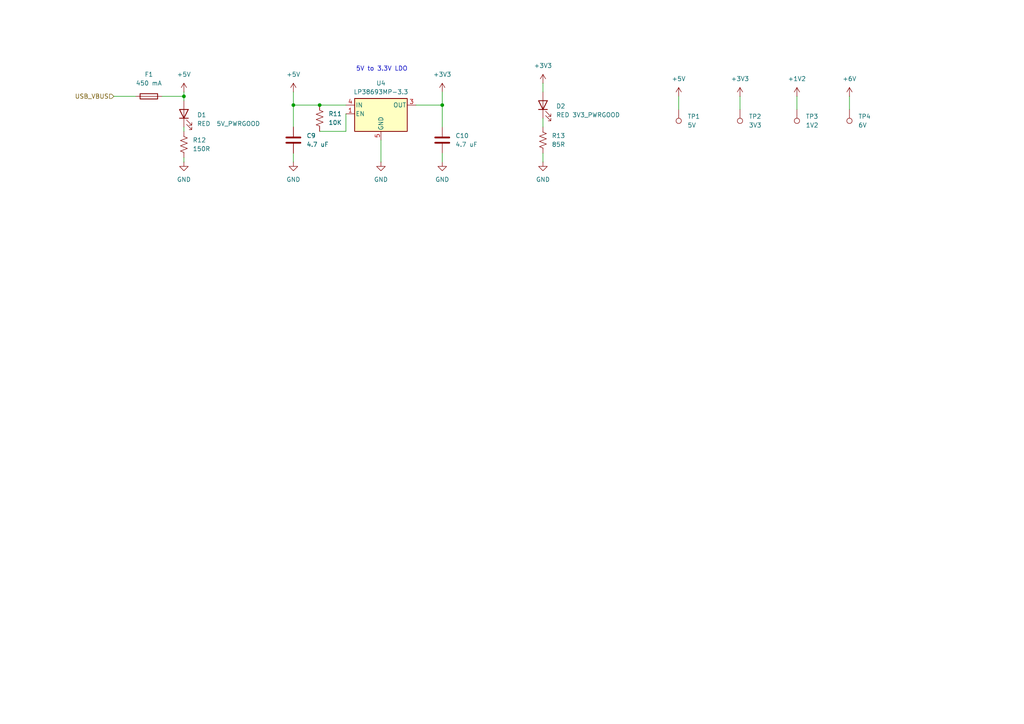
<source format=kicad_sch>
(kicad_sch (version 20231120) (generator "eeschema") (generator_version "8.0")
  (paper "A4")
  (lib_symbols
    (symbol "Connector:TestPoint" (pin_numbers hide) (pin_names (offset 0.762) hide)
      (property "Reference" "TP" (at 0 6.858 0))
      (property "Value" "TestPoint" (at 0 5.08 0))
      (symbol "TestPoint_0_1"
        (circle (center 0 3.302) (radius 0.762))
      )
      (symbol "TestPoint_1_1"
        (pin passive line (at 0 0 90) (length 2.54) (name "1") (number "1"))
      )
    )
    (symbol "Device:C" (pin_numbers hide) (pin_names (offset 0.254))
      (property "Reference" "C" (at 0.635 2.54 0))
      (property "Value" "C" (at 0.635 -2.54 0))
      (symbol "C_0_1"
        (polyline (pts (xy -2.032 -0.762) (xy 2.032 -0.762)) (stroke (width 0.508)))
        (polyline (pts (xy -2.032 0.762) (xy 2.032 0.762)) (stroke (width 0.508)))
      )
      (symbol "C_1_1"
        (pin passive line (at 0 3.81 270) (length 2.794) (name "~") (number "1"))
        (pin passive line (at 0 -3.81 90) (length 2.794) (name "~") (number "2"))
      )
    )
    (symbol "Device:Fuse" (pin_numbers hide) (pin_names (offset 0))
      (property "Reference" "F" (at 2.032 0 90))
      (property "Value" "Fuse" (at -1.905 0 90))
      (symbol "Fuse_0_1"
        (rectangle (start -0.762 -2.54) (end 0.762 2.54) (stroke (width 0.254)))
        (polyline (pts (xy 0 2.54) (xy 0 -2.54)))
      )
      (symbol "Fuse_1_1"
        (pin passive line (at 0 3.81 270) (length 1.27) (name "~") (number "1"))
        (pin passive line (at 0 -3.81 90) (length 1.27) (name "~") (number "2"))
      )
    )
    (symbol "Device:LED" (pin_numbers hide) (pin_names (offset 1.016) hide)
      (property "Reference" "D" (at 0 2.54 0))
      (property "Value" "LED" (at 0 -2.54 0))
      (symbol "LED_0_1"
        (polyline (pts (xy -1.27 -1.27) (xy -1.27 1.27)) (stroke (width 0.254)))
        (polyline (pts (xy -1.27 0) (xy 1.27 0)))
        (polyline (pts (xy 1.27 -1.27) (xy 1.27 1.27) (xy -1.27 0) (xy 1.27 -1.27)) (stroke (width 0.254)))
        (polyline (pts (xy -3.048 -0.762) (xy -4.572 -2.286) (xy -3.81 -2.286) (xy -4.572 -2.286) (xy -4.572 -1.524)))
        (polyline (pts (xy -1.778 -0.762) (xy -3.302 -2.286) (xy -2.54 -2.286) (xy -3.302 -2.286) (xy -3.302 -1.524)))
      )
      (symbol "LED_1_1"
        (pin passive line (at -3.81 0 0) (length 2.54) (name "K") (number "1"))
        (pin passive line (at 3.81 0 180) (length 2.54) (name "A") (number "2"))
      )
    )
    (symbol "Device:R_US" (pin_numbers hide) (pin_names (offset 0))
      (property "Reference" "R" (at 2.54 0 90))
      (property "Value" "R_US" (at -2.54 0 90))
      (symbol "R_US_0_1"
        (polyline (pts (xy 0 -2.286) (xy 0 -2.54)))
        (polyline (pts (xy 0 2.286) (xy 0 2.54)))
        (polyline (pts (xy 0 -0.762) (xy 1.016 -1.143) (xy 0 -1.524) (xy -1.016 -1.905) (xy 0 -2.286)))
        (polyline (pts (xy 0 0.762) (xy 1.016 0.381) (xy 0 0) (xy -1.016 -0.381) (xy 0 -0.762)))
        (polyline (pts (xy 0 2.286) (xy 1.016 1.905) (xy 0 1.524) (xy -1.016 1.143) (xy 0 0.762)))
      )
      (symbol "R_US_1_1"
        (pin passive line (at 0 3.81 270) (length 1.27) (name "~") (number "1"))
        (pin passive line (at 0 -3.81 90) (length 1.27) (name "~") (number "2"))
      )
    )
    (symbol "Regulator_Linear:LP38693MP-3.3" (pin_names (offset 0.254))
      (property "Reference" "U" (at -6.35 5.715 0))
      (property "Value" "LP38693MP-3.3" (at 0 5.715 0))
      (symbol "LP38693MP-3.3_0_1"
        (rectangle (start -7.62 -5.08) (end 7.62 4.445) (stroke (width 0.254)) (fill (type background)))
      )
      (symbol "LP38693MP-3.3_1_1"
        (pin input line (at -10.16 0 0) (length 2.54) (name "EN") (number "1"))
        (pin no_connect line (at 7.62 0 180) (length 2.54) hide (name "NC") (number "2"))
        (pin power_out line (at 10.16 2.54 180) (length 2.54) (name "OUT") (number "3"))
        (pin power_in line (at -10.16 2.54 0) (length 2.54) (name "IN") (number "4"))
        (pin power_in line (at 0 -7.62 90) (length 2.54) (name "GND") (number "5"))
      )
    )
    (symbol "power:+1V2" (power) (pin_numbers hide) (pin_names (offset 0) hide)
      (property "Value" "+1V2" (at 0 3.556 0))
      (symbol "+1V2_0_1"
        (polyline (pts (xy -0.762 1.27) (xy 0 2.54)))
        (polyline (pts (xy 0 0) (xy 0 2.54)))
        (polyline (pts (xy 0 2.54) (xy 0.762 1.27)))
      )
      (symbol "+1V2_1_1"
        (pin power_in line (at 0 0 90) (length 0) (name "~") (number "1"))
      )
    )
    (symbol "power:+3V3" (power) (pin_numbers hide) (pin_names (offset 0) hide)
      (property "Value" "+3V3" (at 0 3.556 0))
      (symbol "+3V3_0_1"
        (polyline (pts (xy -0.762 1.27) (xy 0 2.54)))
        (polyline (pts (xy 0 0) (xy 0 2.54)))
        (polyline (pts (xy 0 2.54) (xy 0.762 1.27)))
      )
      (symbol "+3V3_1_1"
        (pin power_in line (at 0 0 90) (length 0) (name "~") (number "1"))
      )
    )
    (symbol "power:+5V" (power) (pin_numbers hide) (pin_names (offset 0) hide)
      (property "Value" "+5V" (at 0 3.556 0))
      (symbol "+5V_0_1"
        (polyline (pts (xy -0.762 1.27) (xy 0 2.54)))
        (polyline (pts (xy 0 0) (xy 0 2.54)))
        (polyline (pts (xy 0 2.54) (xy 0.762 1.27)))
      )
      (symbol "+5V_1_1"
        (pin power_in line (at 0 0 90) (length 0) (name "~") (number "1"))
      )
    )
    (symbol "power:+6V" (power) (pin_numbers hide) (pin_names (offset 0) hide)
      (property "Value" "+6V" (at 0 3.556 0))
      (symbol "+6V_0_1"
        (polyline (pts (xy -0.762 1.27) (xy 0 2.54)))
        (polyline (pts (xy 0 0) (xy 0 2.54)))
        (polyline (pts (xy 0 2.54) (xy 0.762 1.27)))
      )
      (symbol "+6V_1_1"
        (pin power_in line (at 0 0 90) (length 0) (name "~") (number "1"))
      )
    )
    (symbol "power:GND" (power) (pin_numbers hide) (pin_names (offset 0) hide)
      (property "Value" "GND" (at 0 -3.81 0))
      (symbol "GND_0_1"
        (polyline (pts (xy 0 0) (xy 0 -1.27) (xy 1.27 -1.27) (xy 0 -2.54) (xy -1.27 -1.27) (xy 0 -1.27)))
      )
      (symbol "GND_1_1"
        (pin power_in line (at 0 0 270) (length 0) (name "~") (number "1"))
      )
    )
  )
  (junction (at 85.09 30.48))
  (junction (at 128.27 30.48))
  (junction (at 92.71 30.48))
  (junction (at 53.34 27.94))
  (wire (pts (xy 157.48 24.13) (xy 157.48 26.67)))
  (wire (pts (xy 128.27 44.45) (xy 128.27 46.99)))
  (wire (pts (xy 53.34 27.94) (xy 53.34 26.67)))
  (wire (pts (xy 231.14 27.94) (xy 231.14 31.75)))
  (wire (pts (xy 128.27 26.67) (xy 128.27 30.48)))
  (wire (pts (xy 53.34 45.72) (xy 53.34 46.99)))
  (wire (pts (xy 92.71 30.48) (xy 100.33 30.48)))
  (wire (pts (xy 120.65 30.48) (xy 128.27 30.48)))
  (wire (pts (xy 46.99 27.94) (xy 53.34 27.94)))
  (wire (pts (xy 157.48 44.45) (xy 157.48 46.99)))
  (wire (pts (xy 85.09 30.48) (xy 92.71 30.48)))
  (wire (pts (xy 157.48 34.29) (xy 157.48 36.83)))
  (wire (pts (xy 53.34 36.83) (xy 53.34 38.1)))
  (wire (pts (xy 33.02 27.94) (xy 39.37 27.94)))
  (wire (pts (xy 53.34 27.94) (xy 53.34 29.21)))
  (wire (pts (xy 100.33 33.02) (xy 100.33 38.1)))
  (wire (pts (xy 92.71 38.1) (xy 100.33 38.1)))
  (wire (pts (xy 214.63 27.94) (xy 214.63 31.75)))
  (wire (pts (xy 85.09 26.67) (xy 85.09 30.48)))
  (wire (pts (xy 85.09 30.48) (xy 85.09 36.83)))
  (wire (pts (xy 85.09 44.45) (xy 85.09 46.99)))
  (wire (pts (xy 246.38 27.94) (xy 246.38 31.75)))
  (wire (pts (xy 196.85 27.94) (xy 196.85 31.75)))
  (wire (pts (xy 128.27 30.48) (xy 128.27 36.83)))
  (wire (pts (xy 110.49 40.64) (xy 110.49 46.99)))
  (text "5V to 3.3V LDO" (at 110.744 20.066 0) (effects (font (size 1.27 1.27))))
  (hierarchical_label "USB_VBUS" (shape input) (at 33.02 27.94 180))
  (symbol (lib_id "power:+5V") (at 196.85 27.94 0) (unit 1)
    (property "Reference" "#PWR054" (effects (hide yes)))
    (property "Value" "+5V" (at 196.85 22.86 0))
    (property "Description" "Power symbol creates a global label with name \"+5V\"" (effects (hide yes)))
  )
  (symbol (lib_id "power:GND") (at 128.27 46.99 0) (unit 1)
    (property "Reference" "#PWR050" (effects (hide yes)))
    (property "Value" "GND" (at 128.27 52.07 0))
    (property "Description" "Power symbol creates a global label with name \"GND\" , ground" (effects (hide yes)))
  )
  (symbol (lib_id "Device:R_US") (at 53.34 41.91 0) (unit 1)
    (property "Reference" "R12" (at 55.88 40.6399 0) (effects (justify left)))
    (property "Value" "150R" (at 55.88 43.1799 0) (effects (justify left)))
    (property "Footprint" "Resistor_SMD:R_0805_2012Metric_Pad1.20x1.40mm_HandSolder" (effects (hide yes)))
    (property "Description" "Resistor, US symbol" (effects (hide yes)))
  )
  (symbol (lib_id "power:+1V2") (at 231.14 27.94 0) (unit 1)
    (property "Reference" "#PWR056" (effects (hide yes)))
    (property "Value" "+1V2" (at 231.14 22.86 0))
    (property "Description" "Power symbol creates a global label with name \"+1V2\"" (effects (hide yes)))
  )
  (symbol (lib_id "power:GND") (at 85.09 46.99 0) (unit 1)
    (property "Reference" "#PWR049" (effects (hide yes)))
    (property "Value" "GND" (at 85.09 52.07 0))
    (property "Description" "Power symbol creates a global label with name \"GND\" , ground" (effects (hide yes)))
  )
  (symbol (lib_id "power:+3V3") (at 214.63 27.94 0) (unit 1)
    (property "Reference" "#PWR055" (effects (hide yes)))
    (property "Value" "+3V3" (at 214.63 22.86 0))
    (property "Description" "Power symbol creates a global label with name \"+3V3\"" (effects (hide yes)))
  )
  (symbol (lib_id "Device:LED") (at 157.48 30.48 90) (unit 1)
    (property "Reference" "D2" (at 161.29 30.7974 90) (effects (justify right)))
    (property "Value" "RED 3V3_PWRGOOD" (at 161.29 33.3374 90) (effects (justify right)))
    (property "Footprint" "LED_SMD:LED_1206_3216Metric_Pad1.42x1.75mm_HandSolder" (effects (hide yes)))
    (property "Description" "Light emitting diode" (effects (hide yes)))
  )
  (symbol (lib_id "Device:C") (at 128.27 40.64 0) (unit 1)
    (property "Reference" "C10" (at 132.08 39.3699 0) (effects (justify left)))
    (property "Value" "4.7 uF" (at 132.08 41.9099 0) (effects (justify left)))
    (property "Footprint" "Capacitor_SMD:C_0805_2012Metric_Pad1.18x1.45mm_HandSolder" (effects (hide yes)))
    (property "Description" "Unpolarized capacitor" (effects (hide yes)))
  )
  (symbol (lib_id "Connector:TestPoint") (at 246.38 31.75 180) (unit 1)
    (property "Reference" "TP4" (at 248.92 33.7819 0) (effects (justify right)))
    (property "Value" "6V" (at 248.92 36.3219 0) (effects (justify right)))
    (property "Description" "test point" (effects (hide yes)))
  )
  (symbol (lib_id "power:+3V3") (at 128.27 26.67 0) (unit 1)
    (property "Reference" "#PWR047" (effects (hide yes)))
    (property "Value" "+3V3" (at 128.27 21.59 0))
    (property "Description" "Power symbol creates a global label with name \"+3V3\"" (effects (hide yes)))
  )
  (symbol (lib_id "power:GND") (at 157.48 46.99 0) (unit 1)
    (property "Reference" "#PWR053" (effects (hide yes)))
    (property "Value" "GND" (at 157.48 52.07 0))
    (property "Description" "Power symbol creates a global label with name \"GND\" , ground" (effects (hide yes)))
  )
  (symbol (lib_id "Device:R_US") (at 92.71 34.29 0) (unit 1)
    (property "Reference" "R11" (at 95.25 33.0199 0) (effects (justify left)))
    (property "Value" "10K" (at 95.25 35.5599 0) (effects (justify left)))
    (property "Footprint" "Resistor_SMD:R_0805_2012Metric_Pad1.20x1.40mm_HandSolder" (effects (hide yes)))
    (property "Description" "Resistor, US symbol" (effects (hide yes)))
  )
  (symbol (lib_id "Device:LED") (at 53.34 33.02 90) (unit 1)
    (property "Reference" "D1" (at 57.15 33.3374 90) (effects (justify right)))
    (property "Value" "RED  5V_PWRGOOD" (at 57.15 35.8774 90) (effects (justify right)))
    (property "Footprint" "LED_SMD:LED_1206_3216Metric_Pad1.42x1.75mm_HandSolder" (effects (hide yes)))
    (property "Description" "Light emitting diode" (effects (hide yes)))
  )
  (symbol (lib_id "Connector:TestPoint") (at 231.14 31.75 180) (unit 1)
    (property "Reference" "TP3" (at 233.68 33.7819 0) (effects (justify right)))
    (property "Value" "1V2" (at 233.68 36.3219 0) (effects (justify right)))
    (property "Description" "test point" (effects (hide yes)))
  )
  (symbol (lib_id "Device:C") (at 85.09 40.64 0) (unit 1)
    (property "Reference" "C9" (at 88.9 39.3699 0) (effects (justify left)))
    (property "Value" "4.7 uF" (at 88.9 41.9099 0) (effects (justify left)))
    (property "Footprint" "Capacitor_SMD:C_0805_2012Metric_Pad1.18x1.45mm_HandSolder" (effects (hide yes)))
    (property "Description" "Unpolarized capacitor" (effects (hide yes)))
  )
  (symbol (lib_id "power:+6V") (at 246.38 27.94 0) (unit 1)
    (property "Reference" "#PWR057" (effects (hide yes)))
    (property "Value" "+6V" (at 246.38 22.86 0))
    (property "Description" "Power symbol creates a global label with name \"+6V\"" (effects (hide yes)))
  )
  (symbol (lib_id "power:+3V3") (at 157.48 24.13 0) (unit 1)
    (property "Reference" "#PWR052" (effects (hide yes)))
    (property "Value" "+3V3" (at 157.48 19.05 0))
    (property "Description" "Power symbol creates a global label with name \"+3V3\"" (effects (hide yes)))
  )
  (symbol (lib_id "Device:R_US") (at 157.48 40.64 0) (unit 1)
    (property "Reference" "R13" (at 160.02 39.3699 0) (effects (justify left)))
    (property "Value" "85R" (at 160.02 41.9099 0) (effects (justify left)))
    (property "Footprint" "Resistor_SMD:R_0805_2012Metric_Pad1.20x1.40mm_HandSolder" (effects (hide yes)))
    (property "Description" "Resistor, US symbol" (effects (hide yes)))
  )
  (symbol (lib_id "Connector:TestPoint") (at 196.85 31.75 180) (unit 1)
    (property "Reference" "TP1" (at 199.39 33.7819 0) (effects (justify right)))
    (property "Value" "5V" (at 199.39 36.3219 0) (effects (justify right)))
    (property "Description" "test point" (effects (hide yes)))
  )
  (symbol (lib_id "Connector:TestPoint") (at 214.63 31.75 180) (unit 1)
    (property "Reference" "TP2" (at 217.17 33.7819 0) (effects (justify right)))
    (property "Value" "3V3" (at 217.17 36.3219 0) (effects (justify right)))
    (property "Description" "test point" (effects (hide yes)))
  )
  (symbol (lib_id "power:+5V") (at 85.09 26.67 0) (unit 1)
    (property "Reference" "#PWR046" (effects (hide yes)))
    (property "Value" "+5V" (at 85.09 21.59 0))
    (property "Description" "Power symbol creates a global label with name \"+5V\"" (effects (hide yes)))
  )
  (symbol (lib_id "Device:Fuse") (at 43.18 27.94 90) (unit 1)
    (property "Reference" "F1" (at 43.18 21.59 90))
    (property "Value" "450 mA" (at 43.18 24.13 90))
    (property "Description" "Fuse" (effects (hide yes)))
  )
  (symbol (lib_id "power:+5V") (at 53.34 26.67 0) (unit 1)
    (property "Reference" "#PWR014" (effects (hide yes)))
    (property "Value" "+5V" (at 53.34 21.59 0))
    (property "Description" "Power symbol creates a global label with name \"+5V\"" (effects (hide yes)))
  )
  (symbol (lib_id "power:GND") (at 110.49 46.99 0) (unit 1)
    (property "Reference" "#PWR048" (effects (hide yes)))
    (property "Value" "GND" (at 110.49 52.07 0))
    (property "Description" "Power symbol creates a global label with name \"GND\" , ground" (effects (hide yes)))
  )
  (symbol (lib_id "Regulator_Linear:LP38693MP-3.3") (at 110.49 33.02 0) (unit 1)
    (property "Reference" "U4" (at 110.49 24.13 0))
    (property "Value" "LP38693MP-3.3" (at 110.49 26.67 0))
    (property "Footprint" "Package_TO_SOT_SMD:SOT-223-5" (effects (hide yes)))
    (property "Datasheet" "https://www.ti.com/lit/ds/symlink/lp38693.pdf" (effects (hide yes)))
    (property "Description" "500-mA Low-Dropout CMOS Linear Regulators Stable With Ceramic Output Capacitors, 3.3V output voltage, Enable Pin, SOT-223" (effects (hide yes)))
  )
  (symbol (lib_id "power:GND") (at 53.34 46.99 0) (unit 1)
    (property "Reference" "#PWR051" (effects (hide yes)))
    (property "Value" "GND" (at 53.34 52.07 0))
    (property "Description" "Power symbol creates a global label with name \"GND\" , ground" (effects (hide yes)))
  )
)
</source>
